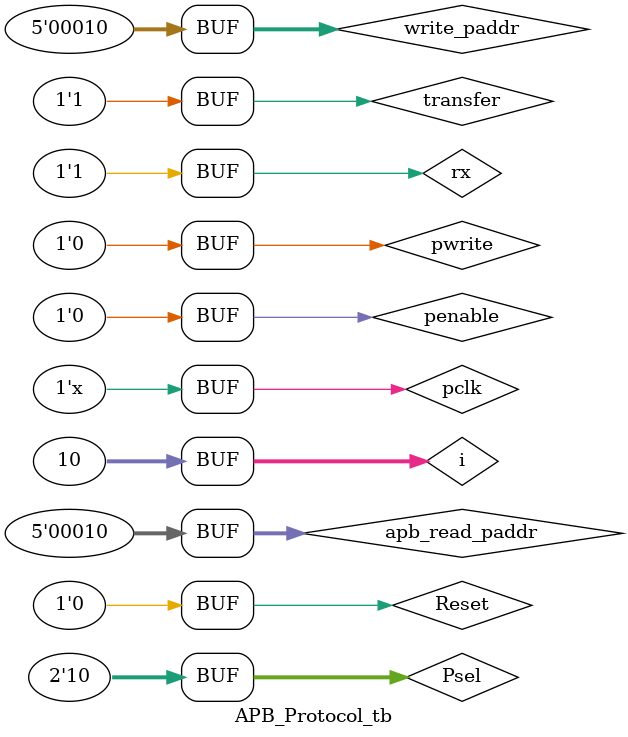
<source format=v>
`include "APB_Protocol.v"

`timescale 1ns/1ns

module APB_Protocol_tb;
 
    reg pclk;
    reg penable;
    reg pwrite;
    reg transfer;
    reg Reset;
    reg [4:0] write_paddr;
    reg [4:0] apb_read_paddr;
    reg [31:0] write_data;
    reg [1:0] Psel;
    reg rx = 1;

    wire [31:0] apb_read_data_out;
    integer i;

   
    APB_Protcol A1 (pclk, penable, pwrite, transfer, Reset, write_paddr, apb_read_paddr, write_data, Psel, apb_read_data_out,rx);


    initial begin
    $dumpfile("dump2.vcd");
    $dumpvars(0,APB_Protocol_tb);
  
        pclk = 1'b0;
        penable = 1'b0;
        pwrite = 1'b0;
        transfer = 1'b0;
        Reset = 1'b0;
        write_paddr = 32'h00000000;
        apb_read_paddr = 32'h00000000;
        write_data = 32'h00000000;
        Psel = 2'b00;

        #30;
        
    

        Psel = 2'b01;
        transfer = 1'b1;

        penable = 1'b1;
        pwrite = 1'b1;
        write_paddr = 1'b1;
        write_data = 32'hEF131025;
        #30 


        pwrite = 1'b0;
        apb_read_paddr = 1'b1;
        #30; 
        pwrite = 1'b1;
        write_paddr = 2'b10;
        write_data = 32'hAAA;
        #30;
        pwrite=1'b0;
        apb_read_paddr = 2'b10;
        #30;
        Psel = 1'b0;
        #30
        penable = 1'b0;

    

        Psel = 2'b10;
        transfer = 1'b1;
        #10;
    

        pwrite = 1'b1;
        for( i = 0 ; i < 10 ; i=i+1) begin
            #10
            write_data = $urandom % 256;
            penable = 1'b1;
            #10
            penable = 1'b0;
        end

        #100


        penable = 1;
        pwrite = 0;
        #13
        penable = 0;

        #30

        rx = 0; 
        #10
        rx = 1;
        #10
        rx = 1;
        #10
        rx = 1;
        #10
        rx = 0;
        #10
        rx = 0;
        #10
        rx = 0;
        #10
        rx = 1;
        #10
        rx = 0;
        #10
        rx = 1; 
        #10
        pwrite = 1'b0;

     
        rx = 0; 
        #10
        rx = 1;
        #10
        rx = 1;
        #10
        rx = 0;
        #10
        rx = 1;
        #10
        rx = 0;
        #10
        rx = 1;
        #10
        rx = 1;
        #10
        rx = 1;
        #10
        rx = 1; 
        #10

        pwrite = 1'b0;
        penable = 1'b1;
        #13
        penable = 1'b0;
        #100
        penable = 1'b1;
        #13
        penable = 1'b0;
        #100
        penable = 1'b1;
        #13
        penable = 1'b0;
    end


    always #5 pclk <= ~pclk;
endmodule

</source>
